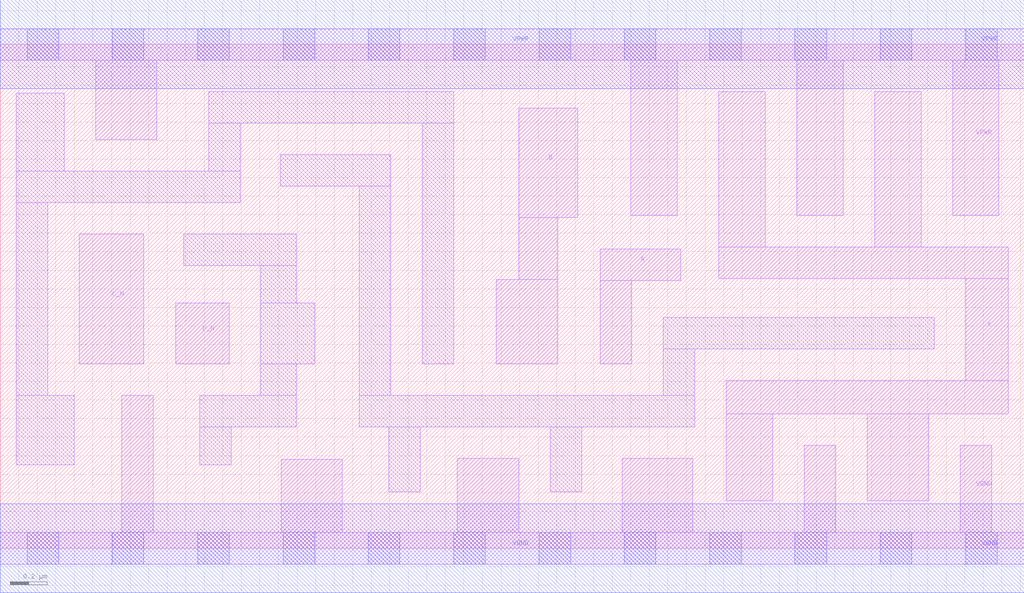
<source format=lef>
# Copyright 2020 The SkyWater PDK Authors
#
# Licensed under the Apache License, Version 2.0 (the "License");
# you may not use this file except in compliance with the License.
# You may obtain a copy of the License at
#
#     https://www.apache.org/licenses/LICENSE-2.0
#
# Unless required by applicable law or agreed to in writing, software
# distributed under the License is distributed on an "AS IS" BASIS,
# WITHOUT WARRANTIES OR CONDITIONS OF ANY KIND, either express or implied.
# See the License for the specific language governing permissions and
# limitations under the License.
#
# SPDX-License-Identifier: Apache-2.0

VERSION 5.7 ;
  NAMESCASESENSITIVE ON ;
  NOWIREEXTENSIONATPIN ON ;
  DIVIDERCHAR "/" ;
  BUSBITCHARS "[]" ;
UNITS
  DATABASE MICRONS 200 ;
END UNITS
MACRO sky130_fd_sc_hd__or4bb_4
  CLASS CORE ;
  SOURCE USER ;
  FOREIGN sky130_fd_sc_hd__or4bb_4 ;
  ORIGIN  0.000000  0.000000 ;
  SIZE  5.520000 BY  2.720000 ;
  SYMMETRY X Y R90 ;
  SITE unithd ;
  PIN A
    ANTENNAGATEAREA  0.247500 ;
    DIRECTION INPUT ;
    USE SIGNAL ;
    PORT
      LAYER li1 ;
        RECT 3.235000 0.995000 3.405000 1.445000 ;
        RECT 3.235000 1.445000 3.670000 1.615000 ;
    END
  END A
  PIN B
    ANTENNAGATEAREA  0.247500 ;
    DIRECTION INPUT ;
    USE SIGNAL ;
    PORT
      LAYER li1 ;
        RECT 2.675000 0.995000 3.005000 1.450000 ;
        RECT 2.795000 1.450000 3.005000 1.785000 ;
        RECT 2.795000 1.785000 3.115000 2.375000 ;
    END
  END B
  PIN C_N
    ANTENNAGATEAREA  0.126000 ;
    DIRECTION INPUT ;
    USE SIGNAL ;
    PORT
      LAYER li1 ;
        RECT 0.425000 0.995000 0.775000 1.695000 ;
    END
  END C_N
  PIN D_N
    ANTENNAGATEAREA  0.126000 ;
    DIRECTION INPUT ;
    USE SIGNAL ;
    PORT
      LAYER li1 ;
        RECT 0.945000 0.995000 1.235000 1.325000 ;
    END
  END D_N
  PIN X
    ANTENNADIFFAREA  0.891000 ;
    DIRECTION OUTPUT ;
    USE SIGNAL ;
    PORT
      LAYER li1 ;
        RECT 3.875000 1.455000 5.435000 1.625000 ;
        RECT 3.875000 1.625000 4.125000 2.465000 ;
        RECT 3.915000 0.255000 4.165000 0.725000 ;
        RECT 3.915000 0.725000 5.435000 0.905000 ;
        RECT 4.675000 0.255000 5.005000 0.725000 ;
        RECT 4.715000 1.625000 4.965000 2.465000 ;
        RECT 5.205000 0.905000 5.435000 1.455000 ;
    END
  END X
  PIN VGND
    DIRECTION INOUT ;
    SHAPE ABUTMENT ;
    USE GROUND ;
    PORT
      LAYER li1 ;
        RECT 0.000000 -0.085000 5.520000 0.085000 ;
        RECT 0.655000  0.085000 0.825000 0.825000 ;
        RECT 1.515000  0.085000 1.845000 0.480000 ;
        RECT 2.465000  0.085000 2.795000 0.485000 ;
        RECT 3.355000  0.085000 3.735000 0.485000 ;
        RECT 4.335000  0.085000 4.505000 0.555000 ;
        RECT 5.175000  0.085000 5.345000 0.555000 ;
      LAYER mcon ;
        RECT 0.145000 -0.085000 0.315000 0.085000 ;
        RECT 0.605000 -0.085000 0.775000 0.085000 ;
        RECT 1.065000 -0.085000 1.235000 0.085000 ;
        RECT 1.525000 -0.085000 1.695000 0.085000 ;
        RECT 1.985000 -0.085000 2.155000 0.085000 ;
        RECT 2.445000 -0.085000 2.615000 0.085000 ;
        RECT 2.905000 -0.085000 3.075000 0.085000 ;
        RECT 3.365000 -0.085000 3.535000 0.085000 ;
        RECT 3.825000 -0.085000 3.995000 0.085000 ;
        RECT 4.285000 -0.085000 4.455000 0.085000 ;
        RECT 4.745000 -0.085000 4.915000 0.085000 ;
        RECT 5.205000 -0.085000 5.375000 0.085000 ;
      LAYER met1 ;
        RECT 0.000000 -0.240000 5.520000 0.240000 ;
    END
  END VGND
  PIN VPWR
    DIRECTION INOUT ;
    SHAPE ABUTMENT ;
    USE POWER ;
    PORT
      LAYER li1 ;
        RECT 0.000000 2.635000 5.520000 2.805000 ;
        RECT 0.515000 2.205000 0.845000 2.635000 ;
        RECT 3.400000 1.795000 3.650000 2.635000 ;
        RECT 4.295000 1.795000 4.545000 2.635000 ;
        RECT 5.135000 1.795000 5.385000 2.635000 ;
      LAYER mcon ;
        RECT 0.145000 2.635000 0.315000 2.805000 ;
        RECT 0.605000 2.635000 0.775000 2.805000 ;
        RECT 1.065000 2.635000 1.235000 2.805000 ;
        RECT 1.525000 2.635000 1.695000 2.805000 ;
        RECT 1.985000 2.635000 2.155000 2.805000 ;
        RECT 2.445000 2.635000 2.615000 2.805000 ;
        RECT 2.905000 2.635000 3.075000 2.805000 ;
        RECT 3.365000 2.635000 3.535000 2.805000 ;
        RECT 3.825000 2.635000 3.995000 2.805000 ;
        RECT 4.285000 2.635000 4.455000 2.805000 ;
        RECT 4.745000 2.635000 4.915000 2.805000 ;
        RECT 5.205000 2.635000 5.375000 2.805000 ;
      LAYER met1 ;
        RECT 0.000000 2.480000 5.520000 2.960000 ;
    END
  END VPWR
  OBS
    LAYER li1 ;
      RECT 0.085000 0.450000 0.400000 0.825000 ;
      RECT 0.085000 0.825000 0.255000 1.865000 ;
      RECT 0.085000 1.865000 1.295000 2.035000 ;
      RECT 0.085000 2.035000 0.345000 2.455000 ;
      RECT 0.990000 1.525000 1.595000 1.695000 ;
      RECT 1.075000 0.450000 1.245000 0.655000 ;
      RECT 1.075000 0.655000 1.595000 0.825000 ;
      RECT 1.125000 2.035000 1.295000 2.295000 ;
      RECT 1.125000 2.295000 2.445000 2.465000 ;
      RECT 1.405000 0.825000 1.595000 0.995000 ;
      RECT 1.405000 0.995000 1.695000 1.325000 ;
      RECT 1.405000 1.325000 1.595000 1.525000 ;
      RECT 1.510000 1.955000 2.105000 2.125000 ;
      RECT 1.935000 0.655000 3.745000 0.825000 ;
      RECT 1.935000 0.825000 2.105000 1.955000 ;
      RECT 2.095000 0.305000 2.265000 0.655000 ;
      RECT 2.275000 0.995000 2.445000 2.295000 ;
      RECT 2.965000 0.305000 3.135000 0.655000 ;
      RECT 3.575000 0.825000 3.745000 1.075000 ;
      RECT 3.575000 1.075000 5.035000 1.245000 ;
  END
END sky130_fd_sc_hd__or4bb_4
END LIBRARY

</source>
